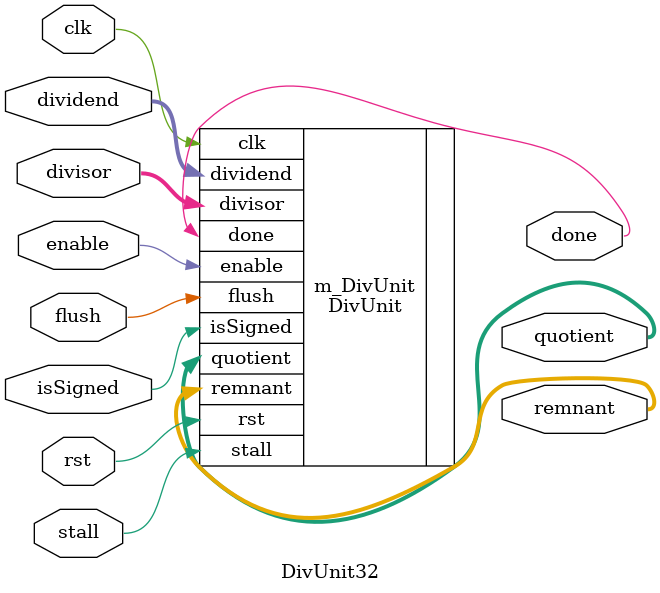
<source format=sv>
/*
 * Copyright 2018 Akifumi Fujita
 *
 * Licensed under the Apache License, Version 2.0 (the "License");
 * you may not use this file except in compliance with the License.
 * You may obtain a copy of the License at
 *
 *     http://www.apache.org/licenses/LICENSE-2.0
 *
 * Unless required by applicable law or agreed to in writing, software
 * distributed under the License is distributed on an "AS IS" BASIS,
 * WITHOUT WARRANTIES OR CONDITIONS OF ANY KIND, either express or implied.
 * See the License for the specific language governing permissions and
 * limitations under the License.
 */

module DivUnit32 (
    output  logic done,
    output  logic [31:0] quotient,
    output  logic [31:0] remnant,
    input   logic isSigned,
    input   logic [31:0] dividend,
    input   logic [31:0] divisor,
    input   logic enable,
    input   logic stall,
    input   logic flush,
    input   logic clk,
    input   logic rst
);
    DivUnit #(
        .N(32)
    ) m_DivUnit (
        .done(done),
        .quotient(quotient),
        .remnant(remnant),
        .isSigned(isSigned),
        .dividend(dividend),
        .divisor(divisor),
        .enable(enable),
        .stall(stall),
        .flush(flush),
        .clk(clk),
        .rst(rst)
    );
endmodule

</source>
